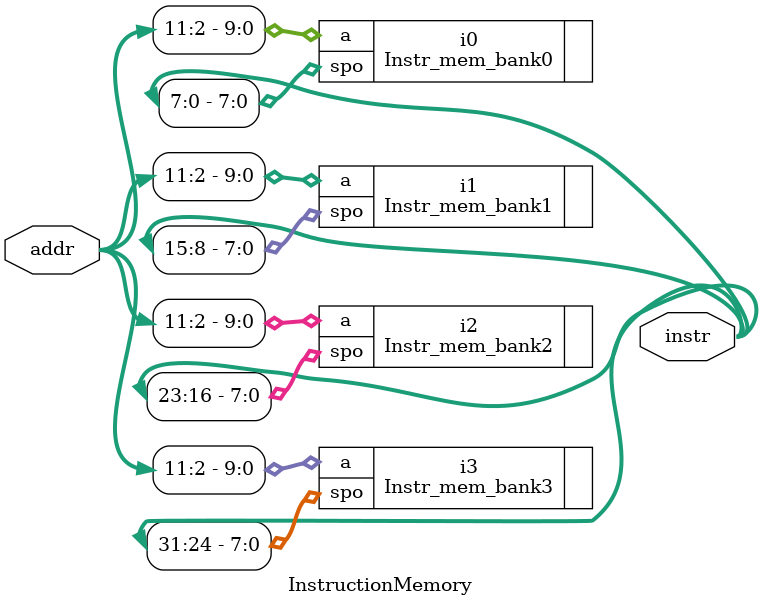
<source format=v>
`timescale 1ns / 1ps

module InstructionMemory(
    input [11:0] addr,
    output [31:0] instr
    );
    Instr_mem_bank3 i3 (.a(addr[11:2]),.spo(instr[31:24]));
    Instr_mem_bank2 i2 (.a(addr[11:2]),.spo(instr[23:16]));
    Instr_mem_bank1 i1 (.a(addr[11:2]),.spo(instr[15:8]));
    Instr_mem_bank0 i0 (.a(addr[11:2]),.spo(instr[7:0]));
endmodule

</source>
